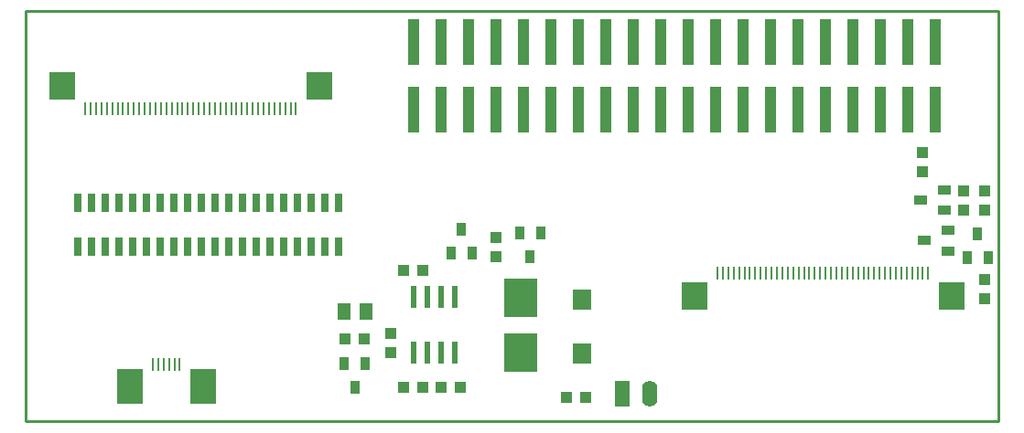
<source format=gbr>
G04 #@! TF.FileFunction,Paste,Top*
%FSLAX46Y46*%
G04 Gerber Fmt 4.6, Leading zero omitted, Abs format (unit mm)*
G04 Created by KiCad (PCBNEW 4.1.0-alpha+201608211231+7083~46~ubuntu16.04.1-product) date Thu Aug 25 09:44:32 2016*
%MOMM*%
%LPD*%
G01*
G04 APERTURE LIST*
%ADD10C,0.600000*%
%ADD11C,0.254000*%
%ADD12R,1.398400X2.398400*%
%ADD13O,1.398400X2.398400*%
%ADD14R,3.028000X3.536000*%
%ADD15R,0.996000X0.996000*%
%ADD16R,1.250000X1.504000*%
%ADD17R,1.680000X1.980000*%
%ADD18R,0.898400X1.298400*%
%ADD19R,1.298400X0.898400*%
%ADD20R,0.230000X1.280000*%
%ADD21R,2.380000X2.580000*%
%ADD22R,0.498400X2.098400*%
%ADD23R,0.980000X4.230000*%
%ADD24R,0.680000X1.780000*%
%ADD25R,2.480000X3.180000*%
G04 APERTURE END LIST*
D10*
D11*
X60000000Y-42000000D02*
X60000000Y-80000000D01*
X150000000Y-42000000D02*
X60000000Y-42000000D01*
X150000000Y-80000000D02*
X150000000Y-42000000D01*
X60000000Y-80000000D02*
X150000000Y-80000000D01*
D12*
X115230000Y-77470000D03*
D13*
X117770000Y-77470000D03*
D14*
X105750000Y-73660000D03*
X105750000Y-68580000D03*
D15*
X96774000Y-66040000D03*
X94996000Y-66040000D03*
D16*
X89424000Y-69850000D03*
X91456000Y-69850000D03*
D17*
X111500000Y-73750000D03*
X111500000Y-68750000D03*
D18*
X106680000Y-64770000D03*
X105724960Y-62560200D03*
X107627420Y-62560200D03*
X90440000Y-76835000D03*
X89484960Y-74625200D03*
X91387420Y-74625200D03*
D19*
X142824200Y-59502540D03*
X145034000Y-58547500D03*
X145034000Y-60449960D03*
D20*
X65500000Y-51000000D03*
X66000000Y-51000000D03*
X66500000Y-51000000D03*
X67000000Y-51000000D03*
X67500000Y-51000000D03*
X68000000Y-51000000D03*
X68500000Y-51000000D03*
X69000000Y-51000000D03*
X69500000Y-51000000D03*
X70000000Y-51000000D03*
X70500000Y-51000000D03*
X71000000Y-51000000D03*
X71500000Y-51000000D03*
X72000000Y-51000000D03*
X72500000Y-51000000D03*
X73000000Y-51000000D03*
X73500000Y-51000000D03*
X74000000Y-51000000D03*
X74500000Y-51000000D03*
X75000000Y-51000000D03*
X75500000Y-51000000D03*
X76000000Y-51000000D03*
X76500000Y-51000000D03*
X77000000Y-51000000D03*
X77500000Y-51000000D03*
X78000000Y-51000000D03*
X78500000Y-51000000D03*
X79000000Y-51000000D03*
X79500000Y-51000000D03*
X80000000Y-51000000D03*
X80500000Y-51000000D03*
X81000000Y-51000000D03*
X81500000Y-51000000D03*
X82000000Y-51000000D03*
X82500000Y-51000000D03*
X83000000Y-51000000D03*
X83500000Y-51000000D03*
X84000000Y-51000000D03*
X84500000Y-51000000D03*
X85000000Y-51000000D03*
D21*
X63350000Y-48900000D03*
X87150000Y-48900000D03*
D20*
X143500000Y-66250000D03*
X143000000Y-66250000D03*
X142500000Y-66250000D03*
X142000000Y-66250000D03*
X141500000Y-66250000D03*
X141000000Y-66250000D03*
X140500000Y-66250000D03*
X140000000Y-66250000D03*
X139500000Y-66250000D03*
X139000000Y-66250000D03*
X138500000Y-66250000D03*
X138000000Y-66250000D03*
X137500000Y-66250000D03*
X137000000Y-66250000D03*
X136500000Y-66250000D03*
X136000000Y-66250000D03*
X135500000Y-66250000D03*
X135000000Y-66250000D03*
X134500000Y-66250000D03*
X134000000Y-66250000D03*
X133500000Y-66250000D03*
X133000000Y-66250000D03*
X132500000Y-66250000D03*
X132000000Y-66250000D03*
X131500000Y-66250000D03*
X131000000Y-66250000D03*
X130500000Y-66250000D03*
X130000000Y-66250000D03*
X129500000Y-66250000D03*
X129000000Y-66250000D03*
X128500000Y-66250000D03*
X128000000Y-66250000D03*
X127500000Y-66250000D03*
X127000000Y-66250000D03*
X126500000Y-66250000D03*
X126000000Y-66250000D03*
X125500000Y-66250000D03*
X125000000Y-66250000D03*
X124500000Y-66250000D03*
X124000000Y-66250000D03*
D21*
X145650000Y-68350000D03*
X121850000Y-68350000D03*
D18*
X148079460Y-62647640D03*
X149034500Y-64857440D03*
X147132040Y-64857440D03*
D19*
X143147640Y-63252540D03*
X145357440Y-62297500D03*
X145357440Y-64199960D03*
D18*
X100330000Y-62230000D03*
X101285040Y-64439800D03*
X99382580Y-64439800D03*
D15*
X111795000Y-77740000D03*
X110017000Y-77740000D03*
X94996000Y-76835000D03*
X96774000Y-76835000D03*
X98425000Y-76835000D03*
X100203000Y-76835000D03*
X93750000Y-73639000D03*
X93750000Y-71861000D03*
X89551000Y-72390000D03*
X91329000Y-72390000D03*
X146812000Y-58611000D03*
X146812000Y-60389000D03*
X148750000Y-66861000D03*
X148750000Y-68639000D03*
X103505000Y-64770000D03*
X103505000Y-62992000D03*
D22*
X99695000Y-68460000D03*
X98425000Y-68460000D03*
X97155000Y-68460000D03*
X95885000Y-68460000D03*
X95885000Y-73660000D03*
X97155000Y-73660000D03*
X98425000Y-73660000D03*
X99695000Y-73660000D03*
D23*
X144145000Y-44875000D03*
X144145000Y-51125000D03*
X141605000Y-44875000D03*
X141605000Y-51125000D03*
X139065000Y-44875000D03*
X139065000Y-51125000D03*
X136525000Y-44875000D03*
X136525000Y-51125000D03*
X133985000Y-44875000D03*
X133985000Y-51125000D03*
X131445000Y-44875000D03*
X131445000Y-51125000D03*
X128905000Y-44875000D03*
X128905000Y-51125000D03*
X126365000Y-44875000D03*
X126365000Y-51125000D03*
X123825000Y-44875000D03*
X123825000Y-51125000D03*
X121285000Y-44875000D03*
X121285000Y-51125000D03*
X118745000Y-44875000D03*
X118745000Y-51125000D03*
X116205000Y-44875000D03*
X116205000Y-51125000D03*
X113665000Y-44875000D03*
X113665000Y-51125000D03*
X111125000Y-44875000D03*
X111125000Y-51125000D03*
X108585000Y-44875000D03*
X108585000Y-51125000D03*
X106045000Y-44875000D03*
X106045000Y-51125000D03*
X103505000Y-44875000D03*
X103505000Y-51125000D03*
X100965000Y-44875000D03*
X100965000Y-51125000D03*
X98425000Y-44875000D03*
X98425000Y-51125000D03*
X95885000Y-44875000D03*
X95885000Y-51125000D03*
D15*
X148750000Y-58611000D03*
X148750000Y-60389000D03*
X143000000Y-56889000D03*
X143000000Y-55111000D03*
D24*
X88930000Y-59750000D03*
X88930000Y-63814000D03*
X87660000Y-59750000D03*
X87660000Y-63814000D03*
X86390000Y-59750000D03*
X86390000Y-63814000D03*
X85120000Y-59750000D03*
X85120000Y-63814000D03*
X83850000Y-59750000D03*
X83850000Y-63814000D03*
X82580000Y-59750000D03*
X82580000Y-63814000D03*
X81310000Y-59750000D03*
X81310000Y-63814000D03*
X80040000Y-59750000D03*
X80040000Y-63814000D03*
X78770000Y-59750000D03*
X78770000Y-63814000D03*
X77500000Y-59750000D03*
X77500000Y-63814000D03*
X64800000Y-63814000D03*
X64800000Y-59750000D03*
X66070000Y-63814000D03*
X66070000Y-59750000D03*
X67340000Y-63814000D03*
X67340000Y-59750000D03*
X68610000Y-63814000D03*
X68610000Y-59750000D03*
X69880000Y-63814000D03*
X69880000Y-59750000D03*
X71150000Y-63814000D03*
X71150000Y-59750000D03*
X72420000Y-63814000D03*
X72420000Y-59750000D03*
X73690000Y-63814000D03*
X73690000Y-59750000D03*
X74960000Y-63814000D03*
X74960000Y-59750000D03*
X76230000Y-63814000D03*
X76230000Y-59750000D03*
D20*
X74250000Y-74704000D03*
X73750000Y-74704000D03*
X73250000Y-74704000D03*
X72750000Y-74704000D03*
X72250000Y-74704000D03*
X71750000Y-74704000D03*
D25*
X76400000Y-76804000D03*
X69600000Y-76804000D03*
M02*

</source>
